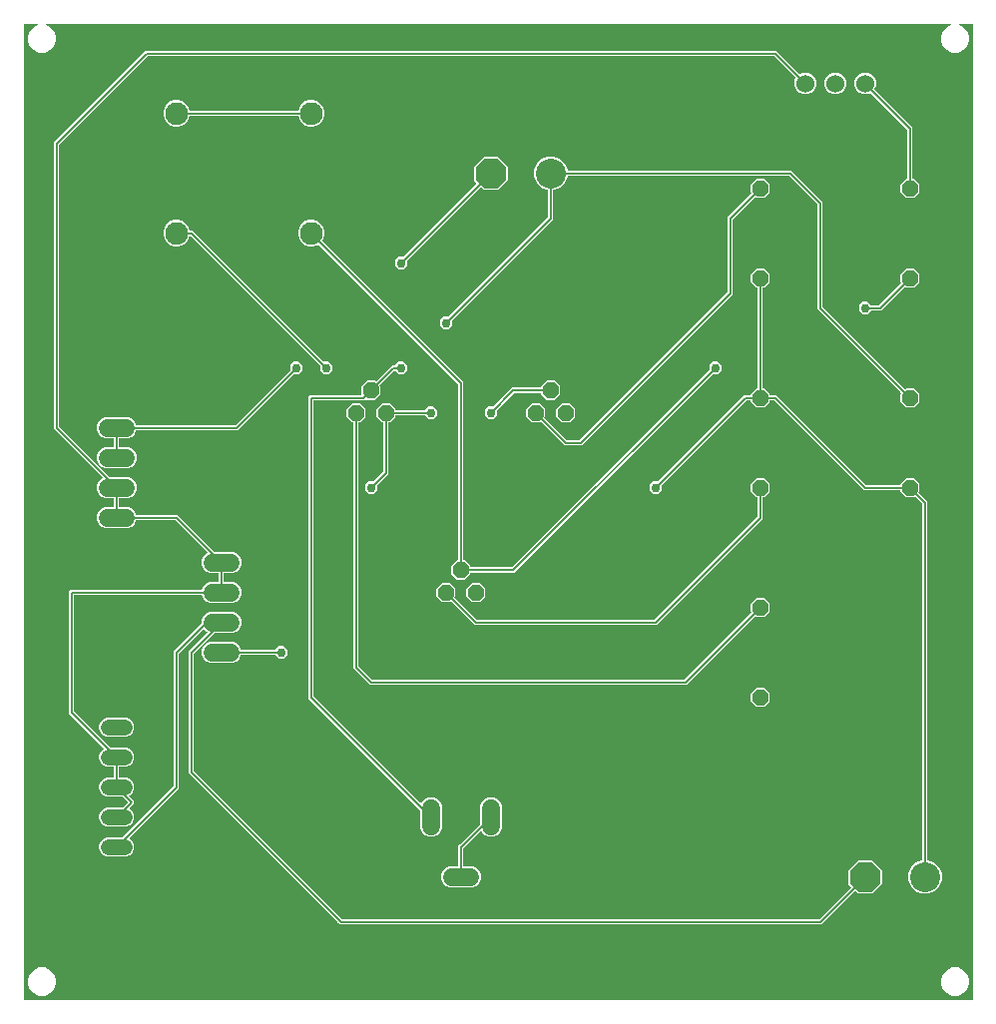
<source format=gbr>
G04 EAGLE Gerber RS-274X export*
G75*
%MOMM*%
%FSLAX34Y34*%
%LPD*%
%INTop Copper*%
%IPPOS*%
%AMOC8*
5,1,8,0,0,1.08239X$1,22.5*%
G01*
%ADD10C,1.320800*%
%ADD11C,2.540000*%
%ADD12P,2.749271X8X202.500000*%
%ADD13C,1.930400*%
%ADD14C,1.524000*%
%ADD15P,1.429621X8X22.500000*%
%ADD16P,1.429621X8X112.500000*%
%ADD17P,1.429621X8X292.500000*%
%ADD18C,1.524000*%
%ADD19C,0.152400*%
%ADD20C,0.756400*%

G36*
X815145Y10160D02*
X815145Y10160D01*
X815144Y10160D01*
X815145Y10160D01*
X815145Y837440D01*
X815140Y837445D01*
X815140Y837444D01*
X815140Y837445D01*
X10160Y837445D01*
X10155Y837440D01*
X10156Y837440D01*
X10155Y837440D01*
X10155Y10160D01*
X10160Y10155D01*
X10160Y10156D01*
X10160Y10155D01*
X815140Y10155D01*
X815145Y10160D01*
G37*
%LPC*%
G36*
X80680Y156977D02*
X80680Y156977D01*
X77695Y158213D01*
X75409Y160499D01*
X74173Y163484D01*
X74173Y166716D01*
X75409Y169701D01*
X77695Y171987D01*
X80680Y173223D01*
X93795Y173223D01*
X93797Y173225D01*
X93799Y173225D01*
X98370Y177796D01*
X98371Y177800D01*
X98371Y177801D01*
X98371Y177803D01*
X98370Y177803D01*
X98370Y177804D01*
X93799Y182375D01*
X93796Y182376D01*
X93795Y182377D01*
X80680Y182377D01*
X77695Y183613D01*
X75409Y185899D01*
X74173Y188884D01*
X74173Y192116D01*
X75409Y195101D01*
X77695Y197387D01*
X80680Y198623D01*
X86614Y198623D01*
X86619Y198628D01*
X86618Y198628D01*
X86619Y198628D01*
X86619Y207772D01*
X86614Y207777D01*
X86614Y207776D01*
X86614Y207777D01*
X80680Y207777D01*
X77695Y209013D01*
X75409Y211299D01*
X74173Y214284D01*
X74173Y217516D01*
X75409Y220501D01*
X77695Y222787D01*
X78460Y223104D01*
X78461Y223104D01*
X78462Y223104D01*
X78462Y223106D01*
X78463Y223110D01*
X78462Y223110D01*
X78462Y223112D01*
X48519Y253055D01*
X48519Y356545D01*
X49855Y357881D01*
X161229Y357881D01*
X161232Y357884D01*
X161234Y357884D01*
X162432Y360777D01*
X165003Y363348D01*
X168362Y364739D01*
X175514Y364739D01*
X175519Y364744D01*
X175518Y364744D01*
X175519Y364744D01*
X175519Y371856D01*
X175514Y371861D01*
X175514Y371860D01*
X175514Y371861D01*
X168362Y371861D01*
X165003Y373252D01*
X162432Y375823D01*
X161041Y379182D01*
X161041Y382818D01*
X162432Y386177D01*
X165003Y388748D01*
X166285Y389279D01*
X166286Y389280D01*
X166287Y389282D01*
X166288Y389285D01*
X166287Y389286D01*
X166287Y389287D01*
X138757Y416817D01*
X138754Y416817D01*
X138754Y416818D01*
X138753Y416819D01*
X105471Y416819D01*
X105468Y416816D01*
X105466Y416816D01*
X104268Y413923D01*
X101697Y411352D01*
X98338Y409961D01*
X79462Y409961D01*
X76103Y411352D01*
X73532Y413923D01*
X72141Y417282D01*
X72141Y420918D01*
X73532Y424277D01*
X76103Y426848D01*
X79462Y428239D01*
X86614Y428239D01*
X86619Y428244D01*
X86618Y428244D01*
X86619Y428244D01*
X86619Y435356D01*
X86614Y435361D01*
X86614Y435360D01*
X86614Y435361D01*
X79462Y435361D01*
X76103Y436752D01*
X73532Y439323D01*
X72141Y442682D01*
X72141Y446318D01*
X73532Y449677D01*
X76103Y452248D01*
X77385Y452779D01*
X77386Y452780D01*
X77387Y452782D01*
X77388Y452785D01*
X77387Y452786D01*
X77387Y452787D01*
X37157Y493017D01*
X35819Y494355D01*
X35819Y737545D01*
X113355Y815081D01*
X648645Y815081D01*
X649983Y813743D01*
X668384Y795342D01*
X668386Y795342D01*
X668387Y795342D01*
X668388Y795342D01*
X668389Y795341D01*
X671282Y796539D01*
X674918Y796539D01*
X678277Y795148D01*
X680848Y792577D01*
X682239Y789218D01*
X682239Y785582D01*
X680848Y782223D01*
X678277Y779652D01*
X674918Y778261D01*
X671282Y778261D01*
X667923Y779652D01*
X665352Y782223D01*
X663961Y785582D01*
X663961Y789218D01*
X665159Y792111D01*
X665159Y792112D01*
X665158Y792113D01*
X665158Y792114D01*
X665158Y792116D01*
X646757Y810517D01*
X646754Y810518D01*
X646753Y810519D01*
X115247Y810519D01*
X115245Y810517D01*
X115243Y810517D01*
X40383Y735657D01*
X40382Y735654D01*
X40381Y735653D01*
X40381Y496247D01*
X40383Y496245D01*
X40383Y496243D01*
X82985Y453641D01*
X82988Y453640D01*
X82989Y453639D01*
X98338Y453639D01*
X101697Y452248D01*
X104268Y449677D01*
X105659Y446318D01*
X105659Y442682D01*
X104268Y439323D01*
X101697Y436752D01*
X98338Y435361D01*
X91186Y435361D01*
X91181Y435356D01*
X91182Y435356D01*
X91181Y435356D01*
X91181Y428244D01*
X91186Y428239D01*
X91186Y428240D01*
X91186Y428239D01*
X98338Y428239D01*
X101697Y426848D01*
X104268Y424277D01*
X105466Y421384D01*
X105469Y421383D01*
X105471Y421381D01*
X140645Y421381D01*
X171885Y390141D01*
X171888Y390140D01*
X171889Y390139D01*
X187238Y390139D01*
X190597Y388748D01*
X193168Y386177D01*
X194559Y382818D01*
X194559Y379182D01*
X193168Y375823D01*
X190597Y373252D01*
X187238Y371861D01*
X180086Y371861D01*
X180081Y371856D01*
X180081Y364744D01*
X180086Y364739D01*
X180086Y364740D01*
X180086Y364739D01*
X187238Y364739D01*
X190597Y363348D01*
X193168Y360777D01*
X194559Y357418D01*
X194559Y353782D01*
X193168Y350423D01*
X190597Y347852D01*
X187238Y346461D01*
X168362Y346461D01*
X165003Y347852D01*
X162432Y350423D01*
X161234Y353316D01*
X161231Y353317D01*
X161229Y353319D01*
X53086Y353319D01*
X53081Y353314D01*
X53082Y353314D01*
X53081Y353314D01*
X53081Y254947D01*
X53083Y254945D01*
X53083Y254943D01*
X84001Y224025D01*
X84004Y224024D01*
X84005Y224023D01*
X97120Y224023D01*
X100105Y222787D01*
X102391Y220501D01*
X103627Y217516D01*
X103627Y214284D01*
X102391Y211299D01*
X100105Y209013D01*
X97120Y207777D01*
X91186Y207777D01*
X91181Y207772D01*
X91182Y207772D01*
X91181Y207772D01*
X91181Y198628D01*
X91186Y198623D01*
X91186Y198624D01*
X91186Y198623D01*
X97120Y198623D01*
X100105Y197387D01*
X102391Y195101D01*
X103627Y192116D01*
X103627Y188884D01*
X102391Y185899D01*
X100105Y183613D01*
X99340Y183296D01*
X99339Y183296D01*
X99338Y183296D01*
X99338Y183294D01*
X99338Y183293D01*
X99337Y183292D01*
X99337Y183290D01*
X99338Y183290D01*
X99338Y183288D01*
X103881Y178745D01*
X103881Y176855D01*
X102543Y175517D01*
X99338Y172312D01*
X99338Y172311D01*
X99337Y172311D01*
X99338Y172309D01*
X99338Y172305D01*
X99339Y172305D01*
X99340Y172304D01*
X100105Y171987D01*
X102391Y169701D01*
X103627Y166716D01*
X103627Y163484D01*
X102391Y160499D01*
X100105Y158213D01*
X97120Y156977D01*
X80680Y156977D01*
G37*
%LPD*%
%LPC*%
G36*
X278455Y73919D02*
X278455Y73919D01*
X277117Y75257D01*
X151457Y200917D01*
X150119Y202255D01*
X150119Y305745D01*
X166287Y321913D01*
X166287Y321914D01*
X166288Y321914D01*
X166287Y321916D01*
X166287Y321920D01*
X166286Y321920D01*
X166285Y321921D01*
X165003Y322452D01*
X162794Y324661D01*
X162792Y324661D01*
X162791Y324662D01*
X162790Y324662D01*
X162789Y324661D01*
X162788Y324661D01*
X162787Y324661D01*
X141983Y303857D01*
X141983Y303855D01*
X141981Y303854D01*
X141982Y303853D01*
X141981Y303853D01*
X141981Y189555D01*
X140643Y188217D01*
X99338Y146912D01*
X99338Y146911D01*
X99337Y146911D01*
X99338Y146909D01*
X99338Y146905D01*
X99339Y146905D01*
X99340Y146904D01*
X100105Y146587D01*
X102391Y144301D01*
X103627Y141316D01*
X103627Y138084D01*
X102391Y135099D01*
X100105Y132813D01*
X97120Y131577D01*
X80680Y131577D01*
X77695Y132813D01*
X75409Y135099D01*
X74173Y138084D01*
X74173Y141316D01*
X75409Y144301D01*
X77695Y146587D01*
X80680Y147823D01*
X93795Y147823D01*
X93797Y147825D01*
X93799Y147825D01*
X137417Y191443D01*
X137418Y191446D01*
X137419Y191447D01*
X137419Y305745D01*
X161039Y329365D01*
X161040Y329368D01*
X161041Y329369D01*
X161041Y332018D01*
X162432Y335377D01*
X165003Y337948D01*
X168362Y339339D01*
X187238Y339339D01*
X190597Y337948D01*
X193168Y335377D01*
X194559Y332018D01*
X194559Y328382D01*
X193168Y325023D01*
X190597Y322452D01*
X187238Y321061D01*
X171889Y321061D01*
X171887Y321059D01*
X171885Y321059D01*
X154683Y303857D01*
X154683Y303855D01*
X154681Y303854D01*
X154682Y303853D01*
X154681Y303853D01*
X154681Y204147D01*
X154683Y204145D01*
X154683Y204143D01*
X280343Y78483D01*
X280346Y78482D01*
X280347Y78481D01*
X684853Y78481D01*
X684855Y78483D01*
X684857Y78483D01*
X712229Y105855D01*
X712229Y105857D01*
X712230Y105858D01*
X712229Y105859D01*
X712229Y105862D01*
X709681Y108410D01*
X709681Y120190D01*
X718010Y128519D01*
X729790Y128519D01*
X738119Y120190D01*
X738119Y108410D01*
X729790Y100081D01*
X718010Y100081D01*
X715462Y102629D01*
X715456Y102629D01*
X715455Y102629D01*
X688083Y75257D01*
X686745Y73919D01*
X278455Y73919D01*
G37*
%LPD*%
%LPC*%
G36*
X771872Y100081D02*
X771872Y100081D01*
X766646Y102246D01*
X762646Y106246D01*
X760481Y111472D01*
X760481Y117128D01*
X762646Y122354D01*
X766646Y126354D01*
X771872Y128519D01*
X772414Y128519D01*
X772419Y128524D01*
X772418Y128524D01*
X772419Y128524D01*
X772419Y430853D01*
X772417Y430855D01*
X772417Y430857D01*
X766134Y437139D01*
X766132Y437140D01*
X766130Y437140D01*
X766128Y437140D01*
X766128Y437139D01*
X766127Y437139D01*
X765365Y436377D01*
X758635Y436377D01*
X753877Y441135D01*
X753877Y442214D01*
X753872Y442219D01*
X753872Y442218D01*
X753872Y442219D01*
X722955Y442219D01*
X646757Y518417D01*
X646754Y518418D01*
X646753Y518419D01*
X643128Y518419D01*
X643123Y518414D01*
X643123Y517335D01*
X638365Y512577D01*
X631635Y512577D01*
X626877Y517335D01*
X626877Y518414D01*
X626872Y518419D01*
X626872Y518418D01*
X626872Y518419D01*
X623247Y518419D01*
X623245Y518417D01*
X623243Y518417D01*
X551403Y446577D01*
X551402Y446574D01*
X551401Y446573D01*
X551401Y442304D01*
X548296Y439199D01*
X543904Y439199D01*
X540799Y442304D01*
X540799Y446696D01*
X543904Y449801D01*
X548173Y449801D01*
X548175Y449803D01*
X548177Y449803D01*
X621355Y522981D01*
X626872Y522981D01*
X626877Y522986D01*
X626876Y522986D01*
X626877Y522986D01*
X626877Y524065D01*
X631635Y528823D01*
X632714Y528823D01*
X632719Y528828D01*
X632718Y528828D01*
X632719Y528828D01*
X632719Y614172D01*
X632714Y614177D01*
X632714Y614176D01*
X632714Y614177D01*
X631635Y614177D01*
X626877Y618935D01*
X626877Y625665D01*
X631635Y630423D01*
X638365Y630423D01*
X643123Y625665D01*
X643123Y618935D01*
X638365Y614177D01*
X637286Y614177D01*
X637281Y614172D01*
X637281Y528828D01*
X637286Y528823D01*
X637286Y528824D01*
X637286Y528823D01*
X638365Y528823D01*
X643123Y524065D01*
X643123Y522986D01*
X643128Y522981D01*
X643128Y522982D01*
X643128Y522981D01*
X648645Y522981D01*
X724843Y446783D01*
X724846Y446782D01*
X724847Y446781D01*
X753872Y446781D01*
X753877Y446786D01*
X753876Y446786D01*
X753877Y446786D01*
X753877Y447865D01*
X758635Y452623D01*
X765365Y452623D01*
X770123Y447865D01*
X770123Y441135D01*
X769361Y440373D01*
X769360Y440371D01*
X769359Y440370D01*
X769360Y440369D01*
X769360Y440366D01*
X769361Y440366D01*
X775643Y434083D01*
X776981Y432745D01*
X776981Y128524D01*
X776986Y128519D01*
X776986Y128520D01*
X776986Y128519D01*
X777528Y128519D01*
X782754Y126354D01*
X786754Y122354D01*
X788919Y117128D01*
X788919Y111472D01*
X786754Y106246D01*
X782754Y102246D01*
X777528Y100081D01*
X771872Y100081D01*
G37*
%LPD*%
%LPC*%
G36*
X758635Y512577D02*
X758635Y512577D01*
X753877Y517335D01*
X753877Y524065D01*
X754639Y524827D01*
X754640Y524834D01*
X754639Y524834D01*
X684857Y594617D01*
X683519Y595955D01*
X683519Y684853D01*
X683517Y684855D01*
X683517Y684857D01*
X659457Y708917D01*
X659454Y708918D01*
X659453Y708919D01*
X471424Y708919D01*
X471419Y708914D01*
X471420Y708914D01*
X471419Y708914D01*
X471419Y708372D01*
X469254Y703146D01*
X465254Y699146D01*
X460028Y696981D01*
X459486Y696981D01*
X459481Y696976D01*
X459481Y672155D01*
X373603Y586277D01*
X373602Y586274D01*
X373601Y586273D01*
X373601Y582004D01*
X370496Y578899D01*
X366104Y578899D01*
X362999Y582004D01*
X362999Y586396D01*
X366104Y589501D01*
X370373Y589501D01*
X370375Y589503D01*
X370377Y589503D01*
X454917Y674043D01*
X454918Y674046D01*
X454919Y674047D01*
X454919Y696976D01*
X454914Y696981D01*
X454914Y696980D01*
X454914Y696981D01*
X454372Y696981D01*
X449146Y699146D01*
X445146Y703146D01*
X442981Y708372D01*
X442981Y714028D01*
X445146Y719254D01*
X449146Y723254D01*
X454372Y725419D01*
X460028Y725419D01*
X465254Y723254D01*
X469254Y719254D01*
X471419Y714028D01*
X471419Y713486D01*
X471424Y713481D01*
X471424Y713482D01*
X471424Y713481D01*
X661345Y713481D01*
X688081Y686745D01*
X688081Y597847D01*
X688083Y597845D01*
X688083Y597843D01*
X757866Y528061D01*
X757872Y528060D01*
X757872Y528061D01*
X757873Y528061D01*
X758635Y528823D01*
X765365Y528823D01*
X770123Y524065D01*
X770123Y517335D01*
X765365Y512577D01*
X758635Y512577D01*
G37*
%LPD*%
%LPC*%
G36*
X377635Y366527D02*
X377635Y366527D01*
X372877Y371285D01*
X372877Y378015D01*
X377635Y382773D01*
X378714Y382773D01*
X378719Y382778D01*
X378718Y382778D01*
X378719Y382778D01*
X378719Y532453D01*
X378717Y532455D01*
X378717Y532457D01*
X260271Y650903D01*
X260267Y650903D01*
X260266Y650904D01*
X256222Y649229D01*
X251778Y649229D01*
X247672Y650929D01*
X244529Y654072D01*
X242829Y658178D01*
X242829Y662622D01*
X244529Y666728D01*
X247672Y669871D01*
X251778Y671571D01*
X256222Y671571D01*
X260328Y669871D01*
X263471Y666728D01*
X265171Y662622D01*
X265171Y658178D01*
X263496Y654134D01*
X263497Y654131D01*
X263497Y654129D01*
X383281Y534345D01*
X383281Y382778D01*
X383286Y382773D01*
X383286Y382774D01*
X383286Y382773D01*
X384365Y382773D01*
X389123Y378015D01*
X389123Y376936D01*
X389128Y376931D01*
X389128Y376932D01*
X389128Y376931D01*
X424503Y376931D01*
X424505Y376933D01*
X424507Y376933D01*
X591597Y544023D01*
X591598Y544026D01*
X591599Y544027D01*
X591599Y548296D01*
X594704Y551401D01*
X599096Y551401D01*
X602201Y548296D01*
X602201Y543904D01*
X599096Y540799D01*
X594827Y540799D01*
X594825Y540797D01*
X594823Y540797D01*
X426395Y372369D01*
X389128Y372369D01*
X389123Y372364D01*
X389124Y372364D01*
X389123Y372364D01*
X389123Y371285D01*
X384365Y366527D01*
X377635Y366527D01*
G37*
%LPD*%
%LPC*%
G36*
X303855Y277119D02*
X303855Y277119D01*
X289819Y291155D01*
X289819Y499872D01*
X289814Y499877D01*
X289814Y499876D01*
X289814Y499877D01*
X288735Y499877D01*
X283977Y504635D01*
X283977Y511365D01*
X288735Y516123D01*
X295465Y516123D01*
X300223Y511365D01*
X300223Y504635D01*
X295465Y499877D01*
X294386Y499877D01*
X294381Y499872D01*
X294382Y499872D01*
X294381Y499872D01*
X294381Y293047D01*
X294383Y293045D01*
X294383Y293043D01*
X305743Y281683D01*
X305746Y281683D01*
X305746Y281682D01*
X305747Y281681D01*
X570553Y281681D01*
X570555Y281683D01*
X570557Y281683D01*
X627639Y338766D01*
X627640Y338767D01*
X627640Y338768D01*
X627640Y338772D01*
X627639Y338772D01*
X627639Y338773D01*
X626877Y339535D01*
X626877Y346265D01*
X631635Y351023D01*
X638365Y351023D01*
X643123Y346265D01*
X643123Y339535D01*
X638365Y334777D01*
X631635Y334777D01*
X630873Y335539D01*
X630866Y335540D01*
X630866Y335539D01*
X572445Y277119D01*
X303855Y277119D01*
G37*
%LPD*%
%LPC*%
G36*
X353782Y148341D02*
X353782Y148341D01*
X350423Y149732D01*
X347852Y152303D01*
X346461Y155662D01*
X346461Y171011D01*
X346459Y171013D01*
X346459Y171015D01*
X251719Y265755D01*
X251719Y521645D01*
X253055Y522981D01*
X297369Y522981D01*
X297370Y522982D01*
X297372Y522982D01*
X297372Y522984D01*
X297374Y522986D01*
X297372Y522987D01*
X297372Y522990D01*
X296677Y523685D01*
X296677Y530415D01*
X301435Y535173D01*
X308165Y535173D01*
X308927Y534411D01*
X308934Y534410D01*
X308934Y534411D01*
X321567Y547043D01*
X322905Y548381D01*
X324982Y548381D01*
X324984Y548383D01*
X324986Y548383D01*
X328004Y551401D01*
X332396Y551401D01*
X335501Y548296D01*
X335501Y543904D01*
X332396Y540799D01*
X328004Y540799D01*
X324986Y543817D01*
X324983Y543818D01*
X324982Y543819D01*
X324797Y543819D01*
X324795Y543817D01*
X324793Y543817D01*
X312161Y531184D01*
X312160Y531178D01*
X312161Y531178D01*
X312161Y531177D01*
X312923Y530415D01*
X312923Y523685D01*
X308165Y518927D01*
X301435Y518927D01*
X300673Y519689D01*
X300670Y519690D01*
X300669Y519691D01*
X300668Y519690D01*
X300666Y519690D01*
X300666Y519689D01*
X299395Y518419D01*
X256286Y518419D01*
X256281Y518414D01*
X256281Y267647D01*
X256283Y267645D01*
X256283Y267643D01*
X347313Y176613D01*
X347314Y176613D01*
X347314Y176612D01*
X347316Y176613D01*
X347320Y176613D01*
X347320Y176614D01*
X347321Y176615D01*
X347852Y177897D01*
X350423Y180468D01*
X353782Y181859D01*
X357418Y181859D01*
X360777Y180468D01*
X363348Y177897D01*
X364739Y174538D01*
X364739Y155662D01*
X363348Y152303D01*
X360777Y149732D01*
X357418Y148341D01*
X353782Y148341D01*
G37*
%LPD*%
%LPC*%
G36*
X392755Y327919D02*
X392755Y327919D01*
X391417Y329257D01*
X372434Y348239D01*
X372428Y348240D01*
X372428Y348239D01*
X372427Y348239D01*
X371665Y347477D01*
X364935Y347477D01*
X360177Y352235D01*
X360177Y358965D01*
X364935Y363723D01*
X371665Y363723D01*
X376423Y358965D01*
X376423Y352235D01*
X375661Y351473D01*
X375660Y351470D01*
X375660Y351469D01*
X375660Y351466D01*
X375661Y351466D01*
X394643Y332483D01*
X394646Y332482D01*
X394647Y332481D01*
X545153Y332481D01*
X545155Y332483D01*
X545157Y332483D01*
X632717Y420043D01*
X632717Y420045D01*
X632719Y420047D01*
X632719Y436372D01*
X632714Y436377D01*
X632714Y436376D01*
X632714Y436377D01*
X631635Y436377D01*
X626877Y441135D01*
X626877Y447865D01*
X631635Y452623D01*
X638365Y452623D01*
X643123Y447865D01*
X643123Y441135D01*
X638365Y436377D01*
X637286Y436377D01*
X637281Y436372D01*
X637282Y436372D01*
X637281Y436372D01*
X637281Y418155D01*
X547045Y327919D01*
X392755Y327919D01*
G37*
%LPD*%
%LPC*%
G36*
X79462Y460761D02*
X79462Y460761D01*
X76103Y462152D01*
X73532Y464723D01*
X72141Y468082D01*
X72141Y471718D01*
X73532Y475077D01*
X76103Y477648D01*
X79462Y479039D01*
X86614Y479039D01*
X86619Y479044D01*
X86618Y479044D01*
X86619Y479044D01*
X86619Y486156D01*
X86614Y486161D01*
X86614Y486160D01*
X86614Y486161D01*
X79462Y486161D01*
X76103Y487552D01*
X73532Y490123D01*
X72141Y493482D01*
X72141Y497118D01*
X73532Y500477D01*
X76103Y503048D01*
X79462Y504439D01*
X98338Y504439D01*
X101697Y503048D01*
X104268Y500477D01*
X105466Y497584D01*
X105469Y497583D01*
X105471Y497581D01*
X189553Y497581D01*
X189555Y497583D01*
X189557Y497583D01*
X235997Y544023D01*
X235998Y544026D01*
X235999Y544027D01*
X235999Y548296D01*
X239104Y551401D01*
X243496Y551401D01*
X246601Y548296D01*
X246601Y543904D01*
X243496Y540799D01*
X239227Y540799D01*
X239225Y540797D01*
X239223Y540797D01*
X191445Y493019D01*
X105471Y493019D01*
X105468Y493016D01*
X105466Y493016D01*
X104268Y490123D01*
X101697Y487552D01*
X98338Y486161D01*
X91186Y486161D01*
X91181Y486156D01*
X91182Y486156D01*
X91181Y486156D01*
X91181Y479044D01*
X91186Y479039D01*
X91186Y479040D01*
X91186Y479039D01*
X98338Y479039D01*
X101697Y477648D01*
X104268Y475077D01*
X105659Y471718D01*
X105659Y468082D01*
X104268Y464723D01*
X101697Y462152D01*
X98338Y460761D01*
X79462Y460761D01*
G37*
%LPD*%
%LPC*%
G36*
X468955Y480319D02*
X468955Y480319D01*
X467617Y481657D01*
X448634Y500639D01*
X448632Y500640D01*
X448631Y500640D01*
X448630Y500640D01*
X448628Y500640D01*
X448628Y500639D01*
X448627Y500639D01*
X447865Y499877D01*
X441135Y499877D01*
X436377Y504635D01*
X436377Y511365D01*
X441135Y516123D01*
X447865Y516123D01*
X452623Y511365D01*
X452623Y504635D01*
X451861Y503873D01*
X451860Y503871D01*
X451860Y503870D01*
X451860Y503866D01*
X451861Y503866D01*
X470843Y484883D01*
X470846Y484882D01*
X470847Y484881D01*
X481653Y484881D01*
X481655Y484883D01*
X481657Y484883D01*
X607317Y610543D01*
X607318Y610546D01*
X607319Y610547D01*
X607319Y674045D01*
X627639Y694366D01*
X627640Y694372D01*
X627639Y694372D01*
X627639Y694373D01*
X626877Y695135D01*
X626877Y701865D01*
X631635Y706623D01*
X638365Y706623D01*
X643123Y701865D01*
X643123Y695135D01*
X638365Y690377D01*
X631635Y690377D01*
X630873Y691139D01*
X630866Y691140D01*
X630866Y691139D01*
X611883Y672157D01*
X611882Y672154D01*
X611881Y672153D01*
X611881Y608655D01*
X483545Y480319D01*
X468955Y480319D01*
G37*
%LPD*%
%LPC*%
G36*
X371562Y105161D02*
X371562Y105161D01*
X368203Y106552D01*
X365632Y109123D01*
X364241Y112482D01*
X364241Y116118D01*
X365632Y119477D01*
X368203Y122048D01*
X371562Y123439D01*
X378714Y123439D01*
X378719Y123444D01*
X378718Y123444D01*
X378719Y123444D01*
X378719Y140645D01*
X380057Y141983D01*
X397259Y159185D01*
X397259Y159187D01*
X397260Y159187D01*
X397259Y159187D01*
X397260Y159188D01*
X397261Y159189D01*
X397261Y174538D01*
X398652Y177897D01*
X401223Y180468D01*
X404582Y181859D01*
X408218Y181859D01*
X411577Y180468D01*
X414148Y177897D01*
X415539Y174538D01*
X415539Y155662D01*
X414148Y152303D01*
X411577Y149732D01*
X408218Y148341D01*
X404582Y148341D01*
X401223Y149732D01*
X398652Y152303D01*
X398121Y153585D01*
X398120Y153586D01*
X398118Y153587D01*
X398117Y153588D01*
X398116Y153588D01*
X398115Y153588D01*
X398114Y153587D01*
X398113Y153587D01*
X383283Y138757D01*
X383282Y138754D01*
X383281Y138753D01*
X383281Y123444D01*
X383286Y123439D01*
X383286Y123440D01*
X383286Y123439D01*
X390438Y123439D01*
X393797Y122048D01*
X396368Y119477D01*
X397759Y116118D01*
X397759Y112482D01*
X396368Y109123D01*
X393797Y106552D01*
X390438Y105161D01*
X371562Y105161D01*
G37*
%LPD*%
%LPC*%
G36*
X137478Y750829D02*
X137478Y750829D01*
X133372Y752529D01*
X130229Y755672D01*
X128529Y759778D01*
X128529Y764222D01*
X130229Y768328D01*
X133372Y771471D01*
X137478Y773171D01*
X141922Y773171D01*
X146028Y771471D01*
X149171Y768328D01*
X150845Y764284D01*
X150849Y764283D01*
X150850Y764281D01*
X242850Y764281D01*
X242853Y764284D01*
X242855Y764284D01*
X244529Y768328D01*
X247672Y771471D01*
X251778Y773171D01*
X256222Y773171D01*
X260328Y771471D01*
X263471Y768328D01*
X265171Y764222D01*
X265171Y759778D01*
X263471Y755672D01*
X260328Y752529D01*
X256222Y750829D01*
X251778Y750829D01*
X247672Y752529D01*
X244529Y755672D01*
X242855Y759716D01*
X242851Y759717D01*
X242850Y759719D01*
X150850Y759719D01*
X150847Y759716D01*
X150845Y759716D01*
X149171Y755672D01*
X146028Y752529D01*
X141922Y750829D01*
X137478Y750829D01*
G37*
%LPD*%
%LPC*%
G36*
X264504Y540799D02*
X264504Y540799D01*
X261399Y543904D01*
X261399Y548173D01*
X261397Y548175D01*
X261397Y548177D01*
X151457Y658117D01*
X151454Y658118D01*
X151453Y658119D01*
X150850Y658119D01*
X150847Y658116D01*
X150845Y658116D01*
X149171Y654072D01*
X146028Y650929D01*
X141922Y649229D01*
X137478Y649229D01*
X133372Y650929D01*
X130229Y654072D01*
X128529Y658178D01*
X128529Y662622D01*
X130229Y666728D01*
X133372Y669871D01*
X137478Y671571D01*
X141922Y671571D01*
X146028Y669871D01*
X149171Y666728D01*
X150845Y662684D01*
X150849Y662683D01*
X150850Y662681D01*
X153345Y662681D01*
X264623Y551403D01*
X264626Y551402D01*
X264627Y551401D01*
X268896Y551401D01*
X272001Y548296D01*
X272001Y543904D01*
X268896Y540799D01*
X264504Y540799D01*
G37*
%LPD*%
%LPC*%
G36*
X328004Y629699D02*
X328004Y629699D01*
X324899Y632804D01*
X324899Y637196D01*
X328004Y640301D01*
X332273Y640301D01*
X332275Y640303D01*
X332277Y640303D01*
X394729Y702755D01*
X394729Y702758D01*
X394730Y702759D01*
X394729Y702759D01*
X394729Y702762D01*
X392181Y705310D01*
X392181Y717090D01*
X400510Y725419D01*
X412290Y725419D01*
X420619Y717090D01*
X420619Y705310D01*
X412290Y696981D01*
X400510Y696981D01*
X397962Y699529D01*
X397960Y699529D01*
X397959Y699530D01*
X397958Y699530D01*
X397957Y699529D01*
X397956Y699529D01*
X397955Y699529D01*
X335503Y637077D01*
X335502Y637074D01*
X335501Y637073D01*
X335501Y632804D01*
X332396Y629699D01*
X328004Y629699D01*
G37*
%LPD*%
%LPC*%
G36*
X758635Y690377D02*
X758635Y690377D01*
X753877Y695135D01*
X753877Y701865D01*
X758635Y706623D01*
X759714Y706623D01*
X759719Y706628D01*
X759718Y706628D01*
X759719Y706628D01*
X759719Y748353D01*
X759717Y748355D01*
X759717Y748357D01*
X728616Y779458D01*
X728612Y779458D01*
X728611Y779459D01*
X725718Y778261D01*
X722082Y778261D01*
X718723Y779652D01*
X716152Y782223D01*
X714761Y785582D01*
X714761Y789218D01*
X716152Y792577D01*
X718723Y795148D01*
X722082Y796539D01*
X725718Y796539D01*
X729077Y795148D01*
X731648Y792577D01*
X733039Y789218D01*
X733039Y785582D01*
X731841Y782689D01*
X731842Y782687D01*
X731842Y782686D01*
X731842Y782684D01*
X762943Y751583D01*
X764281Y750245D01*
X764281Y706628D01*
X764286Y706623D01*
X764286Y706624D01*
X764286Y706623D01*
X765365Y706623D01*
X770123Y701865D01*
X770123Y695135D01*
X765365Y690377D01*
X758635Y690377D01*
G37*
%LPD*%
%LPC*%
G36*
X302604Y439199D02*
X302604Y439199D01*
X299499Y442304D01*
X299499Y446696D01*
X302604Y449801D01*
X306873Y449801D01*
X306875Y449803D01*
X306877Y449803D01*
X315217Y458143D01*
X315218Y458146D01*
X315219Y458147D01*
X315219Y499872D01*
X315214Y499877D01*
X315214Y499876D01*
X315214Y499877D01*
X314135Y499877D01*
X309377Y504635D01*
X309377Y511365D01*
X314135Y516123D01*
X320865Y516123D01*
X325623Y511365D01*
X325623Y510286D01*
X325628Y510281D01*
X325628Y510282D01*
X325628Y510281D01*
X350382Y510281D01*
X350384Y510283D01*
X350386Y510283D01*
X353404Y513301D01*
X357796Y513301D01*
X360901Y510196D01*
X360901Y505804D01*
X357796Y502699D01*
X353404Y502699D01*
X350386Y505717D01*
X350383Y505718D01*
X350382Y505718D01*
X350382Y505719D01*
X325628Y505719D01*
X325623Y505714D01*
X325623Y504635D01*
X320865Y499877D01*
X319786Y499877D01*
X319781Y499872D01*
X319782Y499872D01*
X319781Y499872D01*
X319781Y456255D01*
X310103Y446577D01*
X310102Y446574D01*
X310101Y446573D01*
X310101Y442304D01*
X306996Y439199D01*
X302604Y439199D01*
G37*
%LPD*%
%LPC*%
G36*
X168362Y295661D02*
X168362Y295661D01*
X165003Y297052D01*
X162432Y299623D01*
X161041Y302982D01*
X161041Y306618D01*
X162432Y309977D01*
X165003Y312548D01*
X168362Y313939D01*
X187238Y313939D01*
X190597Y312548D01*
X193168Y309977D01*
X194366Y307084D01*
X194369Y307083D01*
X194371Y307081D01*
X223382Y307081D01*
X223384Y307083D01*
X223386Y307083D01*
X226404Y310101D01*
X230796Y310101D01*
X233901Y306996D01*
X233901Y302604D01*
X230796Y299499D01*
X226404Y299499D01*
X223386Y302517D01*
X223383Y302518D01*
X223382Y302519D01*
X194371Y302519D01*
X194368Y302516D01*
X194366Y302516D01*
X193168Y299623D01*
X190597Y297052D01*
X187238Y295661D01*
X168362Y295661D01*
G37*
%LPD*%
%LPC*%
G36*
X404204Y502699D02*
X404204Y502699D01*
X401099Y505804D01*
X401099Y510196D01*
X404204Y513301D01*
X408473Y513301D01*
X408475Y513303D01*
X408477Y513303D01*
X424505Y529331D01*
X449072Y529331D01*
X449077Y529336D01*
X449076Y529336D01*
X449077Y529336D01*
X449077Y530415D01*
X453835Y535173D01*
X460565Y535173D01*
X465323Y530415D01*
X465323Y523685D01*
X460565Y518927D01*
X453835Y518927D01*
X449077Y523685D01*
X449077Y524764D01*
X449072Y524769D01*
X449072Y524768D01*
X449072Y524769D01*
X426397Y524769D01*
X426395Y524767D01*
X426393Y524767D01*
X411703Y510077D01*
X411702Y510074D01*
X411701Y510073D01*
X411701Y505804D01*
X408596Y502699D01*
X404204Y502699D01*
G37*
%LPD*%
%LPC*%
G36*
X721704Y591599D02*
X721704Y591599D01*
X718599Y594704D01*
X718599Y599096D01*
X721704Y602201D01*
X726096Y602201D01*
X729114Y599183D01*
X729117Y599182D01*
X729118Y599181D01*
X735653Y599181D01*
X735655Y599183D01*
X735657Y599183D01*
X754639Y618166D01*
X754640Y618172D01*
X754639Y618172D01*
X754639Y618173D01*
X753877Y618935D01*
X753877Y625665D01*
X758635Y630423D01*
X765365Y630423D01*
X770123Y625665D01*
X770123Y618935D01*
X765365Y614177D01*
X758635Y614177D01*
X757873Y614939D01*
X757866Y614940D01*
X757866Y614939D01*
X738883Y595957D01*
X737545Y594619D01*
X729118Y594619D01*
X729116Y594617D01*
X729114Y594617D01*
X726096Y591599D01*
X721704Y591599D01*
G37*
%LPD*%
%LPC*%
G36*
X23032Y813595D02*
X23032Y813595D01*
X18656Y815407D01*
X15307Y818756D01*
X13495Y823132D01*
X13495Y827868D01*
X15307Y832244D01*
X18656Y835593D01*
X23032Y837405D01*
X27768Y837405D01*
X32144Y835593D01*
X35493Y832244D01*
X37305Y827868D01*
X37305Y823132D01*
X35493Y818756D01*
X32144Y815407D01*
X27768Y813595D01*
X23032Y813595D01*
G37*
%LPD*%
%LPC*%
G36*
X797732Y813595D02*
X797732Y813595D01*
X793356Y815407D01*
X790007Y818756D01*
X788195Y823132D01*
X788195Y827868D01*
X790007Y832244D01*
X793356Y835593D01*
X797732Y837405D01*
X802468Y837405D01*
X806844Y835593D01*
X810193Y832244D01*
X812005Y827868D01*
X812005Y823132D01*
X810193Y818756D01*
X806844Y815407D01*
X802468Y813595D01*
X797732Y813595D01*
G37*
%LPD*%
%LPC*%
G36*
X23032Y13495D02*
X23032Y13495D01*
X18656Y15307D01*
X15307Y18656D01*
X13495Y23032D01*
X13495Y27768D01*
X15307Y32144D01*
X18656Y35493D01*
X23032Y37305D01*
X27768Y37305D01*
X32144Y35493D01*
X35493Y32144D01*
X37305Y27768D01*
X37305Y23032D01*
X35493Y18656D01*
X32144Y15307D01*
X27768Y13495D01*
X23032Y13495D01*
G37*
%LPD*%
%LPC*%
G36*
X797732Y13495D02*
X797732Y13495D01*
X793356Y15307D01*
X790007Y18656D01*
X788195Y23032D01*
X788195Y27768D01*
X790007Y32144D01*
X793356Y35493D01*
X797732Y37305D01*
X802468Y37305D01*
X806844Y35493D01*
X810193Y32144D01*
X812005Y27768D01*
X812005Y23032D01*
X810193Y18656D01*
X806844Y15307D01*
X802468Y13495D01*
X797732Y13495D01*
G37*
%LPD*%
%LPC*%
G36*
X80680Y233177D02*
X80680Y233177D01*
X77695Y234413D01*
X75409Y236699D01*
X74173Y239684D01*
X74173Y242916D01*
X75409Y245901D01*
X77695Y248187D01*
X80680Y249423D01*
X97120Y249423D01*
X100105Y248187D01*
X102391Y245901D01*
X103627Y242916D01*
X103627Y239684D01*
X102391Y236699D01*
X100105Y234413D01*
X97120Y233177D01*
X80680Y233177D01*
G37*
%LPD*%
%LPC*%
G36*
X696682Y778261D02*
X696682Y778261D01*
X693323Y779652D01*
X690752Y782223D01*
X689361Y785582D01*
X689361Y789218D01*
X690752Y792577D01*
X693323Y795148D01*
X696682Y796539D01*
X700318Y796539D01*
X703677Y795148D01*
X706248Y792577D01*
X707639Y789218D01*
X707639Y785582D01*
X706248Y782223D01*
X703677Y779652D01*
X700318Y778261D01*
X696682Y778261D01*
G37*
%LPD*%
%LPC*%
G36*
X466535Y499877D02*
X466535Y499877D01*
X461777Y504635D01*
X461777Y511365D01*
X466535Y516123D01*
X473265Y516123D01*
X478023Y511365D01*
X478023Y504635D01*
X473265Y499877D01*
X466535Y499877D01*
G37*
%LPD*%
%LPC*%
G36*
X631635Y258577D02*
X631635Y258577D01*
X626877Y263335D01*
X626877Y270065D01*
X631635Y274823D01*
X638365Y274823D01*
X643123Y270065D01*
X643123Y263335D01*
X638365Y258577D01*
X631635Y258577D01*
G37*
%LPD*%
%LPC*%
G36*
X390335Y347477D02*
X390335Y347477D01*
X385577Y352235D01*
X385577Y358965D01*
X390335Y363723D01*
X397065Y363723D01*
X401823Y358965D01*
X401823Y352235D01*
X397065Y347477D01*
X390335Y347477D01*
G37*
%LPD*%
D10*
X82296Y241300D02*
X95504Y241300D01*
X95504Y215900D02*
X82296Y215900D01*
X82296Y190500D02*
X95504Y190500D01*
X95504Y165100D02*
X82296Y165100D01*
X82296Y139700D02*
X95504Y139700D01*
D11*
X457200Y711200D03*
D12*
X406400Y711200D03*
D11*
X774700Y114300D03*
D12*
X723900Y114300D03*
D13*
X254000Y660400D03*
X254000Y762000D03*
X139700Y762000D03*
X139700Y660400D03*
D14*
X170180Y304800D02*
X185420Y304800D01*
X185420Y330200D02*
X170180Y330200D01*
X170180Y355600D02*
X185420Y355600D01*
X185420Y381000D02*
X170180Y381000D01*
D15*
X317500Y508000D03*
X304800Y527050D03*
X292100Y508000D03*
X393700Y355600D03*
X381000Y374650D03*
X368300Y355600D03*
X469900Y508000D03*
X457200Y527050D03*
X444500Y508000D03*
D16*
X762000Y444500D03*
X762000Y520700D03*
D17*
X762000Y698500D03*
X762000Y622300D03*
X635000Y342900D03*
X635000Y266700D03*
D16*
X635000Y444500D03*
X635000Y520700D03*
X635000Y622300D03*
X635000Y698500D03*
D14*
X96520Y419100D02*
X81280Y419100D01*
X81280Y444500D02*
X96520Y444500D01*
X96520Y469900D02*
X81280Y469900D01*
X81280Y495300D02*
X96520Y495300D01*
D18*
X723900Y787400D03*
X698500Y787400D03*
X673100Y787400D03*
D14*
X388620Y114300D02*
X373380Y114300D01*
X406400Y157480D02*
X406400Y172720D01*
X355600Y172720D02*
X355600Y157480D01*
D19*
X304800Y527050D02*
X323850Y546100D01*
X330200Y546100D01*
D20*
X330200Y546100D03*
X368300Y584200D03*
D19*
X457200Y673100D01*
X457200Y711200D01*
X304800Y527050D02*
X298450Y520700D01*
X254000Y520700D01*
X254000Y266700D01*
X355600Y165100D01*
X457200Y711200D02*
X660400Y711200D01*
X685800Y685800D01*
X685800Y596900D02*
X762000Y520700D01*
X685800Y596900D02*
X685800Y685800D01*
X292100Y508000D02*
X292100Y292100D01*
X304800Y279400D01*
X571500Y279400D02*
X635000Y342900D01*
X571500Y279400D02*
X304800Y279400D01*
X381000Y533400D02*
X254000Y660400D01*
X381000Y533400D02*
X381000Y374650D01*
X736600Y596900D02*
X762000Y622300D01*
X736600Y596900D02*
X723900Y596900D01*
D20*
X723900Y596900D03*
X596900Y546100D03*
D19*
X425450Y374650D01*
X381000Y374650D01*
X762000Y749300D02*
X723900Y787400D01*
X762000Y749300D02*
X762000Y698500D01*
X355600Y508000D02*
X317500Y508000D01*
D20*
X355600Y508000D03*
X406400Y508000D03*
D19*
X425450Y527050D01*
X457200Y527050D01*
X152400Y660400D02*
X139700Y660400D01*
X152400Y660400D02*
X266700Y546100D01*
D20*
X266700Y546100D03*
X304800Y444500D03*
D19*
X317500Y457200D01*
X317500Y508000D01*
X254000Y762000D02*
X139700Y762000D01*
X368300Y355600D02*
X393700Y330200D01*
X546100Y330200D01*
X635000Y419100D01*
X635000Y444500D01*
X469900Y482600D02*
X444500Y508000D01*
X469900Y482600D02*
X482600Y482600D01*
X609600Y609600D01*
X609600Y673100D01*
X635000Y698500D01*
X139700Y190500D02*
X88900Y139700D01*
X139700Y190500D02*
X139700Y304800D01*
X165100Y330200D01*
X177800Y330200D01*
X152400Y304800D01*
X152400Y203200D01*
X279400Y76200D01*
X685800Y76200D02*
X723900Y114300D01*
X685800Y76200D02*
X279400Y76200D01*
X177800Y355600D02*
X177800Y381000D01*
X88900Y215900D02*
X88900Y190500D01*
X88900Y419100D02*
X88900Y444500D01*
X101600Y177800D02*
X88900Y165100D01*
X101600Y177800D02*
X88900Y190500D01*
X673100Y787400D02*
X647700Y812800D01*
X114300Y812800D01*
X38100Y736600D01*
X38100Y495300D02*
X88900Y444500D01*
X38100Y495300D02*
X38100Y736600D01*
X88900Y419100D02*
X139700Y419100D01*
X177800Y381000D01*
X177800Y355600D02*
X50800Y355600D01*
X50800Y254000D01*
X88900Y215900D01*
X88900Y469900D02*
X88900Y495300D01*
X330200Y635000D02*
X406400Y711200D01*
D20*
X330200Y635000D03*
X241300Y546100D03*
D19*
X190500Y495300D01*
X88900Y495300D01*
X635000Y520700D02*
X635000Y622300D01*
X635000Y520700D02*
X647700Y520700D01*
X723900Y444500D01*
X762000Y444500D01*
X774700Y431800D01*
X774700Y114300D01*
X228600Y304800D02*
X177800Y304800D01*
D20*
X228600Y304800D03*
X546100Y444500D03*
D19*
X622300Y520700D01*
X635000Y520700D01*
X381000Y139700D02*
X381000Y114300D01*
X381000Y139700D02*
X406400Y165100D01*
M02*

</source>
